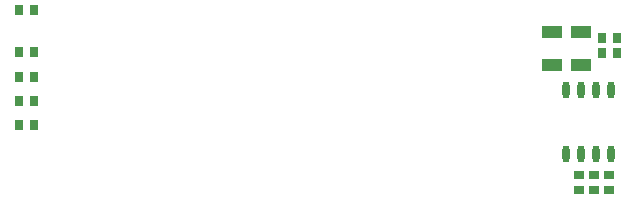
<source format=gtp>
G04*
G04 #@! TF.GenerationSoftware,Altium Limited,Altium Designer,18.0.11 (651)*
G04*
G04 Layer_Color=8421504*
%FSLAX25Y25*%
%MOIN*%
G70*
G01*
G75*
%ADD17R,0.02756X0.03347*%
%ADD18R,0.03543X0.03150*%
%ADD19R,0.06693X0.04134*%
%ADD20O,0.02362X0.05709*%
D17*
X95039Y12500D02*
D03*
X99961Y12500D02*
D03*
X99961Y17500D02*
D03*
X95039D02*
D03*
X-94297Y27000D02*
D03*
X-99218D02*
D03*
X-94297Y12800D02*
D03*
X-99218D02*
D03*
X-94297Y-3386D02*
D03*
X-99218D02*
D03*
X-94297Y-11479D02*
D03*
X-99218D02*
D03*
X-94297Y4707D02*
D03*
X-99218D02*
D03*
D18*
X87500Y-32961D02*
D03*
Y-28039D02*
D03*
X92500Y-32961D02*
D03*
Y-28039D02*
D03*
X97500Y-32961D02*
D03*
X97500Y-28039D02*
D03*
D19*
X88000Y19610D02*
D03*
Y8390D02*
D03*
X78500Y8390D02*
D03*
Y19610D02*
D03*
D20*
X83000Y-21228D02*
D03*
X88000D02*
D03*
X93000D02*
D03*
X98000D02*
D03*
X83000Y228D02*
D03*
X88000D02*
D03*
X93000D02*
D03*
X98000D02*
D03*
M02*

</source>
